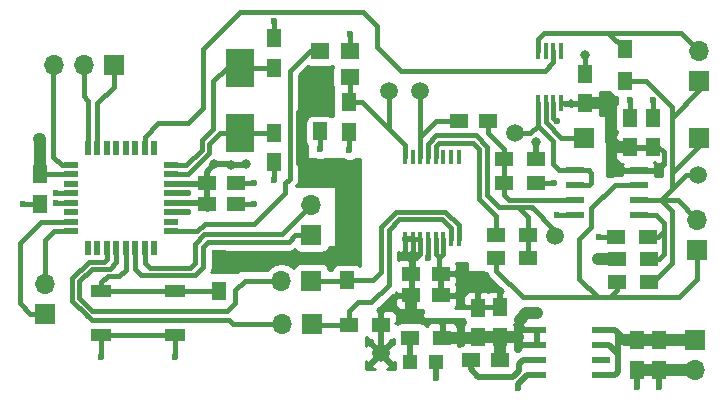
<source format=gbr>
G04 #@! TF.FileFunction,Copper,L1,Top,Signal*
%FSLAX46Y46*%
G04 Gerber Fmt 4.6, Leading zero omitted, Abs format (unit mm)*
G04 Created by KiCad (PCBNEW 4.0.2-stable) date 15/05/2017 19:39:16*
%MOMM*%
G01*
G04 APERTURE LIST*
%ADD10C,0.100000*%
%ADD11R,0.400000X1.200000*%
%ADD12R,1.500000X1.250000*%
%ADD13R,1.250000X1.500000*%
%ADD14R,1.200000X1.200000*%
%ADD15R,1.700000X1.700000*%
%ADD16O,1.700000X1.700000*%
%ADD17R,1.500000X1.300000*%
%ADD18R,1.300000X1.500000*%
%ADD19R,1.800000X1.100000*%
%ADD20R,1.550000X0.600000*%
%ADD21R,0.450000X1.450000*%
%ADD22R,1.200000X0.600000*%
%ADD23R,0.600000X1.200000*%
%ADD24R,1.600000X1.400000*%
%ADD25C,1.500000*%
%ADD26R,2.400000X3.325000*%
%ADD27C,0.800000*%
%ADD28C,0.600000*%
%ADD29C,0.400000*%
%ADD30C,0.500000*%
%ADD31C,1.000000*%
%ADD32C,0.254000*%
G04 APERTURE END LIST*
D10*
D11*
X214669800Y-64825200D03*
X214019800Y-64825200D03*
X213369800Y-64825200D03*
X212719800Y-64825200D03*
X212069800Y-64825200D03*
X211419800Y-64825200D03*
X210769800Y-64825200D03*
X210119800Y-64825200D03*
X210119800Y-71725200D03*
X210769800Y-71725200D03*
X211419800Y-71725200D03*
X212069800Y-71725200D03*
X212719800Y-71725200D03*
X213369800Y-71725200D03*
X214019800Y-71725200D03*
X214669800Y-71725200D03*
D12*
X214675400Y-61772800D03*
X217175400Y-61772800D03*
D13*
X231089200Y-63975300D03*
X231089200Y-61475300D03*
X229146100Y-63975300D03*
X229146100Y-61475300D03*
X225386900Y-60266900D03*
X225386900Y-57766900D03*
X179197000Y-68775900D03*
X179197000Y-66275900D03*
D12*
X193326700Y-67005200D03*
X195826700Y-67005200D03*
X193326700Y-68783200D03*
X195826700Y-68783200D03*
D13*
X199002650Y-62764350D03*
X199002650Y-65264350D03*
X199053450Y-57250650D03*
X199053450Y-54750650D03*
X231635300Y-80296700D03*
X231635300Y-82796700D03*
X229743000Y-80296700D03*
X229743000Y-82796700D03*
X202933300Y-62641800D03*
X202933300Y-60141800D03*
D12*
X213162200Y-74676000D03*
X210662200Y-74676000D03*
D13*
X218173300Y-77528100D03*
X218173300Y-80028100D03*
D12*
X218178700Y-82016600D03*
X215678700Y-82016600D03*
D14*
X210545500Y-82194400D03*
X212745500Y-82194400D03*
D15*
X234861100Y-72644000D03*
D16*
X234861100Y-70104000D03*
D15*
X235064300Y-58381900D03*
D16*
X235064300Y-55841900D03*
D15*
X202222100Y-78981300D03*
D16*
X199682100Y-78981300D03*
D15*
X202196700Y-75260200D03*
D16*
X199656700Y-75260200D03*
D15*
X234670600Y-80289400D03*
D16*
X234670600Y-82829400D03*
D17*
X228075500Y-73444100D03*
X230775500Y-73444100D03*
X230737400Y-71551800D03*
X228037400Y-71551800D03*
X208080600Y-79019400D03*
X205380600Y-79019400D03*
D18*
X205232000Y-72538600D03*
X205232000Y-75238600D03*
D17*
X221199700Y-65011300D03*
X218499700Y-65011300D03*
X218499700Y-67005200D03*
X221199700Y-67005200D03*
X228062800Y-75349100D03*
X230762800Y-75349100D03*
X217864700Y-73355200D03*
X220564700Y-73355200D03*
X220552000Y-71399400D03*
X217852000Y-71399400D03*
D18*
X228765100Y-58373000D03*
X228765100Y-55673000D03*
X194386200Y-73453000D03*
X194386200Y-76153000D03*
D19*
X190628200Y-76140700D03*
X184428200Y-76140700D03*
X184428200Y-79840700D03*
X190628200Y-79840700D03*
D20*
X224528400Y-65913000D03*
X224528400Y-67183000D03*
X224528400Y-68453000D03*
X224528400Y-69723000D03*
X229928400Y-69723000D03*
X229928400Y-68453000D03*
X229928400Y-67183000D03*
X229928400Y-65913000D03*
D21*
X221382950Y-60270750D03*
X222032950Y-60270750D03*
X222682950Y-60270750D03*
X223332950Y-60270750D03*
X223332950Y-55870750D03*
X222682950Y-55870750D03*
X222032950Y-55870750D03*
X221382950Y-55870750D03*
D22*
X190343100Y-71075200D03*
X190343100Y-70275200D03*
X190343100Y-69475200D03*
X190343100Y-68675200D03*
X190343100Y-67875200D03*
X190343100Y-67075200D03*
X190343100Y-66275200D03*
X190343100Y-65475200D03*
D23*
X188893100Y-64025200D03*
X188093100Y-64025200D03*
X187293100Y-64025200D03*
X186493100Y-64025200D03*
X185693100Y-64025200D03*
X184893100Y-64025200D03*
X184093100Y-64025200D03*
X183293100Y-64025200D03*
D22*
X181843100Y-65475200D03*
X181843100Y-66275200D03*
X181843100Y-67075200D03*
X181843100Y-67875200D03*
X181843100Y-68675200D03*
X181843100Y-69475200D03*
X181843100Y-70275200D03*
X181843100Y-71075200D03*
D23*
X183293100Y-72525200D03*
X184093100Y-72525200D03*
X184893100Y-72525200D03*
X185693100Y-72525200D03*
X186493100Y-72525200D03*
X187293100Y-72525200D03*
X188093100Y-72525200D03*
X188893100Y-72525200D03*
D24*
X205440600Y-55821400D03*
X202940600Y-55821400D03*
X205440600Y-58021400D03*
X202940600Y-58021400D03*
D25*
X219468700Y-62801500D03*
X211442300Y-59232800D03*
X234975400Y-66319400D03*
X208749900Y-59194700D03*
X222859600Y-71450200D03*
X208076800Y-81432400D03*
D26*
X196170550Y-62750950D03*
X196170550Y-57225950D03*
D12*
X210674900Y-76504800D03*
X213174900Y-76504800D03*
D15*
X202209400Y-71424800D03*
D16*
X202209400Y-68884800D03*
D13*
X216306400Y-77566200D03*
X216306400Y-80066200D03*
X205422500Y-60167200D03*
X205422500Y-62667200D03*
D17*
X213274900Y-80086200D03*
X210574900Y-80086200D03*
D20*
X221289900Y-79425800D03*
X221289900Y-80695800D03*
X221289900Y-81965800D03*
X221289900Y-83235800D03*
X226689900Y-83235800D03*
X226689900Y-81965800D03*
X226689900Y-80695800D03*
X226689900Y-79425800D03*
D15*
X185458100Y-57010300D03*
D16*
X182918100Y-57010300D03*
X180378100Y-57010300D03*
D15*
X225298000Y-63233300D03*
X235026200Y-63233300D03*
X179654200Y-78066900D03*
D16*
X179654200Y-75526900D03*
D27*
X221208600Y-63563500D03*
X221348300Y-78028800D03*
X226479100Y-73444100D03*
X227025200Y-59715400D03*
X227596700Y-62090300D03*
X227596700Y-60807600D03*
X227596700Y-63487300D03*
X179184300Y-63284100D03*
X179197000Y-64731900D03*
X196646800Y-65430400D03*
X195402200Y-65443100D03*
X201612500Y-65430400D03*
X205752700Y-68681600D03*
X204730350Y-66338450D03*
X203822300Y-65430400D03*
X205714600Y-67335400D03*
X205720950Y-67329050D03*
X205765400Y-70078600D03*
X193967100Y-65430400D03*
X210667600Y-78232000D03*
X225386900Y-56159400D03*
D28*
X219710000Y-84353400D03*
X184429400Y-81749900D03*
X190639700Y-81762600D03*
X212064600Y-73355200D03*
X229146100Y-59982100D03*
X231089200Y-59982100D03*
X177787300Y-68770500D03*
X231635300Y-84302600D03*
X229743000Y-84289900D03*
X212750400Y-83553300D03*
X218173300Y-76022200D03*
X216306400Y-76034900D03*
X205435200Y-54394100D03*
X202933300Y-64147700D03*
X205422500Y-64173100D03*
X180555900Y-68681600D03*
X191731900Y-69494400D03*
X191731900Y-67868800D03*
X226529900Y-71551800D03*
X222961200Y-61772800D03*
X222707200Y-67005200D03*
X222973900Y-69723000D03*
X199053450Y-53257450D03*
X197345300Y-68783200D03*
X197345300Y-67005200D03*
X214706200Y-76504800D03*
X214655400Y-74676000D03*
X199002650Y-66744850D03*
X180555900Y-67881500D03*
D29*
X216433400Y-68008500D02*
X216433400Y-68351400D01*
X212719800Y-64825200D02*
X212719800Y-63898900D01*
X216433400Y-64147700D02*
X216433400Y-68008500D01*
X215900000Y-63614300D02*
X216433400Y-64147700D01*
X213004400Y-63614300D02*
X215900000Y-63614300D01*
X212719800Y-63898900D02*
X213004400Y-63614300D01*
X217852000Y-69770000D02*
X217852000Y-71399400D01*
X216433400Y-68351400D02*
X217852000Y-69770000D01*
X222859600Y-71450200D02*
X222859600Y-71031100D01*
X222859600Y-71031100D02*
X220891100Y-69062600D01*
X219722700Y-69062600D02*
X220891100Y-69062600D01*
X220891100Y-69062600D02*
X220916500Y-69088000D01*
X220552000Y-71399400D02*
X220552000Y-73342500D01*
X220552000Y-73342500D02*
X220564700Y-73355200D01*
X217893900Y-68846700D02*
X217893900Y-68859400D01*
X220552000Y-69891900D02*
X220552000Y-71399400D01*
X219722700Y-69062600D02*
X220552000Y-69891900D01*
X218097100Y-69062600D02*
X219722700Y-69062600D01*
X217893900Y-68859400D02*
X218097100Y-69062600D01*
X217093800Y-68033900D02*
X217093800Y-68046600D01*
X217093800Y-68046600D02*
X217893900Y-68846700D01*
X217893900Y-68846700D02*
X217919300Y-68872100D01*
X212069800Y-63698000D02*
X212788500Y-62979300D01*
X212788500Y-62979300D02*
X216128600Y-62979300D01*
X216128600Y-62979300D02*
X217093800Y-63944500D01*
X217093800Y-63944500D02*
X217093800Y-68033900D01*
X212069800Y-64825200D02*
X212069800Y-63698000D01*
X214675400Y-61772800D02*
X212813900Y-61772800D01*
X211419800Y-63090700D02*
X212775800Y-61734700D01*
X211419800Y-63090700D02*
X211419800Y-63119000D01*
X212813900Y-61772800D02*
X212775800Y-61734700D01*
X211419800Y-63119000D02*
X211419800Y-59255300D01*
X211419800Y-59255300D02*
X211442300Y-59232800D01*
X211419800Y-64825200D02*
X211419800Y-63119000D01*
X205422500Y-60167200D02*
X206509300Y-60167200D01*
X206509300Y-60167200D02*
X208749900Y-62407800D01*
X208749900Y-60490100D02*
X208749900Y-59194700D01*
X208749900Y-61493400D02*
X208749900Y-60490100D01*
X208749900Y-61493400D02*
X208749900Y-62407800D01*
X208749900Y-60490100D02*
X208749900Y-60464700D01*
X210119800Y-63777700D02*
X210119800Y-64825200D01*
X208749900Y-62407800D02*
X210119800Y-63777700D01*
X205440600Y-58021400D02*
X205440600Y-60149100D01*
X205440600Y-60149100D02*
X205422500Y-60167200D01*
D30*
X221199700Y-63572400D02*
X221199700Y-65011300D01*
X221199700Y-63572400D02*
X221208600Y-63563500D01*
X220192600Y-79425800D02*
X219849700Y-79082900D01*
X219849700Y-79082900D02*
X219849700Y-78587600D01*
D31*
X219849700Y-78587600D02*
X220408500Y-78028800D01*
X221348300Y-78028800D02*
X220408500Y-78028800D01*
D30*
X220192600Y-79425800D02*
X221289900Y-79425800D01*
D31*
X228075500Y-73444100D02*
X226479100Y-73444100D01*
X227596700Y-63487300D02*
X227596700Y-63474600D01*
D30*
X193326700Y-67005200D02*
X193326700Y-68783200D01*
D31*
X179197000Y-64731900D02*
X179197000Y-66275900D01*
X179197000Y-64731900D02*
X179197000Y-63296800D01*
X179197000Y-63296800D02*
X179184300Y-63284100D01*
D30*
X195402200Y-65443100D02*
X196634100Y-65443100D01*
X196634100Y-65443100D02*
X196646800Y-65430400D01*
X193967100Y-65430400D02*
X195389500Y-65430400D01*
X195389500Y-65430400D02*
X195402200Y-65443100D01*
D31*
X205740000Y-68668900D02*
X205752700Y-68681600D01*
X204730350Y-66338450D02*
X204736700Y-66344800D01*
X203835000Y-65443100D02*
X203822300Y-65430400D01*
X205740000Y-67322700D02*
X205727300Y-67322700D01*
X205727300Y-67322700D02*
X205714600Y-67335400D01*
X205720950Y-67329050D02*
X205727300Y-67335400D01*
X205727300Y-67335400D02*
X205727300Y-67348100D01*
X205752700Y-70065900D02*
X205752700Y-70027800D01*
X205765400Y-70078600D02*
X205752700Y-70065900D01*
X210674900Y-76504800D02*
X210674900Y-78224700D01*
D30*
X193326700Y-66070800D02*
X193326700Y-67005200D01*
X193326700Y-66070800D02*
X193967100Y-65430400D01*
D31*
X210674900Y-78224700D02*
X210667600Y-78232000D01*
D29*
X193326700Y-68783200D02*
X193326700Y-69195000D01*
D31*
X229146100Y-63975300D02*
X228097400Y-63975300D01*
X228097400Y-63975300D02*
X227596700Y-63474600D01*
X227056000Y-60266900D02*
X225386900Y-60266900D01*
X227596700Y-63474600D02*
X227596700Y-62090300D01*
X227596700Y-62090300D02*
X227596700Y-60807600D01*
X227596700Y-60807600D02*
X227056000Y-60266900D01*
D29*
X229146100Y-63975300D02*
X231089200Y-63975300D01*
X229928400Y-65913000D02*
X231482900Y-65913000D01*
X231482900Y-65913000D02*
X232029000Y-65366900D01*
X232029000Y-65366900D02*
X232029000Y-64414400D01*
X232029000Y-64414400D02*
X231589900Y-63975300D01*
X231589900Y-63975300D02*
X231089200Y-63975300D01*
X194386200Y-73453000D02*
X204317600Y-73453000D01*
X204317600Y-73453000D02*
X205232000Y-72538600D01*
X210769800Y-71725200D02*
X210119800Y-71725200D01*
X210769800Y-71725200D02*
X211419800Y-71725200D01*
X202933300Y-60141800D02*
X201948100Y-60141800D01*
X205232000Y-67538600D02*
X205232000Y-72538600D01*
X204127100Y-66433700D02*
X205232000Y-67538600D01*
X202222100Y-66433700D02*
X204127100Y-66433700D01*
X201091800Y-65303400D02*
X202222100Y-66433700D01*
X201091800Y-60998100D02*
X201091800Y-65303400D01*
X201948100Y-60141800D02*
X201091800Y-60998100D01*
X181843100Y-66275200D02*
X179197700Y-66275200D01*
X179197700Y-66275200D02*
X179197000Y-66275900D01*
D31*
X219735400Y-80035400D02*
X218180600Y-80035400D01*
D30*
X208080600Y-79019400D02*
X208080600Y-81428600D01*
X208080600Y-81428600D02*
X208076800Y-81432400D01*
D31*
X213274900Y-80086200D02*
X216286400Y-80086200D01*
X216286400Y-80086200D02*
X216306400Y-80066200D01*
X218173300Y-80028100D02*
X218173300Y-82011200D01*
X218173300Y-82011200D02*
X218178700Y-82016600D01*
X218173300Y-80028100D02*
X216344500Y-80028100D01*
X216344500Y-80028100D02*
X216306400Y-80066200D01*
X218180600Y-80035400D02*
X218173300Y-80028100D01*
D30*
X220014800Y-79425800D02*
X219735400Y-79705200D01*
X221289900Y-79425800D02*
X220014800Y-79425800D01*
X220040200Y-80695800D02*
X221289900Y-80695800D01*
X220002100Y-80695800D02*
X220040200Y-80695800D01*
X219735400Y-80429100D02*
X220002100Y-80695800D01*
X219735400Y-79705200D02*
X219735400Y-80035400D01*
X219735400Y-80035400D02*
X219735400Y-80429100D01*
D29*
X223332950Y-60270750D02*
X225383050Y-60270750D01*
X225383050Y-60270750D02*
X225386900Y-60266900D01*
X223349100Y-60286900D02*
X223332950Y-60270750D01*
X202940600Y-58021400D02*
X202940600Y-60134500D01*
X202940600Y-60134500D02*
X202933300Y-60141800D01*
X210662200Y-74676000D02*
X210662200Y-76492100D01*
X210662200Y-76492100D02*
X210674900Y-76504800D01*
X210769800Y-73113900D02*
X210769800Y-74568400D01*
X210769800Y-74568400D02*
X210662200Y-74676000D01*
X210769800Y-71725200D02*
X210769800Y-73113900D01*
X210769800Y-73113900D02*
X210769800Y-73202800D01*
X210119800Y-71725200D02*
X210119800Y-72985200D01*
X210337400Y-73202800D02*
X210769200Y-73202800D01*
X210119800Y-72985200D02*
X210337400Y-73202800D01*
X211419800Y-73034800D02*
X211251800Y-73202800D01*
X211251800Y-73202800D02*
X210769200Y-73202800D01*
X211419800Y-73034800D02*
X211419800Y-71725200D01*
D30*
X193218700Y-68675200D02*
X193326700Y-68783200D01*
X193256700Y-67075200D02*
X193326700Y-67005200D01*
D29*
X193459900Y-67075200D02*
X193529900Y-67005200D01*
X193421900Y-68675200D02*
X193529900Y-68783200D01*
X210769800Y-73202800D02*
X210769200Y-73202800D01*
D30*
X190343100Y-68675200D02*
X193218700Y-68675200D01*
X190343100Y-67075200D02*
X193256700Y-67075200D01*
D29*
X225386900Y-57766900D02*
X225386900Y-56159400D01*
D30*
X219710000Y-84353400D02*
X219710000Y-84023200D01*
X220497400Y-83235800D02*
X221289900Y-83235800D01*
X220497400Y-83235800D02*
X219710000Y-84023200D01*
D29*
X184428200Y-79840700D02*
X184428200Y-81748700D01*
X184428200Y-81748700D02*
X184429400Y-81749900D01*
X190628200Y-79840700D02*
X190628200Y-81751100D01*
X190628200Y-81751100D02*
X190639700Y-81762600D01*
X212069800Y-71725200D02*
X212069800Y-73350000D01*
X212069800Y-73350000D02*
X212064600Y-73355200D01*
X213029800Y-73202800D02*
X213029800Y-74543600D01*
X212902800Y-73202800D02*
X213029800Y-73202800D01*
X212719800Y-73019800D02*
X212719800Y-72918200D01*
X213369800Y-72913600D02*
X213369800Y-73015200D01*
X212719800Y-73019800D02*
X212902800Y-73202800D01*
X213369800Y-73015200D02*
X213182200Y-73202800D01*
X213029800Y-73202800D02*
X213182200Y-73202800D01*
X213369800Y-72913600D02*
X213369800Y-71725200D01*
X213369800Y-72913600D02*
X213360000Y-72923400D01*
X229146100Y-61475300D02*
X229146100Y-59982100D01*
X231089200Y-61475300D02*
X231089200Y-59982100D01*
X179197000Y-68775900D02*
X177792700Y-68775900D01*
X177792700Y-68775900D02*
X177787300Y-68770500D01*
D30*
X231635300Y-82796700D02*
X231635300Y-84302600D01*
X229743000Y-82796700D02*
X229743000Y-84289900D01*
D31*
X231635300Y-82796700D02*
X234637900Y-82796700D01*
X234637900Y-82796700D02*
X234670600Y-82829400D01*
X229743000Y-82796700D02*
X231635300Y-82796700D01*
D30*
X212745500Y-82194400D02*
X212745500Y-83548400D01*
X212745500Y-83548400D02*
X212750400Y-83553300D01*
X218173300Y-77528100D02*
X218173300Y-76022200D01*
X216306400Y-77566200D02*
X216306400Y-76034900D01*
D29*
X205440600Y-55821400D02*
X205440600Y-54399500D01*
X205440600Y-54399500D02*
X205435200Y-54394100D01*
X202933300Y-62641800D02*
X202933300Y-64147700D01*
X205422500Y-62667200D02*
X205422500Y-64173100D01*
X181843100Y-68675200D02*
X180562300Y-68675200D01*
X180562300Y-68675200D02*
X180555900Y-68681600D01*
D30*
X190343100Y-69475200D02*
X191712700Y-69475200D01*
X191712700Y-69475200D02*
X191731900Y-69494400D01*
X190343100Y-67875200D02*
X191725500Y-67875200D01*
D29*
X191725500Y-67875200D02*
X191731900Y-67868800D01*
X228037400Y-71551800D02*
X226529900Y-71551800D01*
X222682950Y-60270750D02*
X222682950Y-61494550D01*
X222682950Y-61494550D02*
X222961200Y-61772800D01*
X221199700Y-67005200D02*
X222707200Y-67005200D01*
X224528400Y-69723000D02*
X222973900Y-69723000D01*
X184428200Y-79840700D02*
X190628200Y-79840700D01*
X195826700Y-68783200D02*
X197345300Y-68783200D01*
X195826700Y-67005200D02*
X197345300Y-67005200D01*
X213174900Y-76504800D02*
X214706200Y-76504800D01*
X213162200Y-74676000D02*
X214655400Y-74676000D01*
X199053450Y-54750650D02*
X199053450Y-53257450D01*
X199002650Y-65264350D02*
X199002650Y-66744850D01*
X181843100Y-67875200D02*
X180562200Y-67875200D01*
X180562200Y-67875200D02*
X180555900Y-67881500D01*
X213162200Y-74676000D02*
X213162200Y-76492100D01*
X213162200Y-76492100D02*
X213174900Y-76504800D01*
X213029800Y-74543600D02*
X213162200Y-74676000D01*
X212719800Y-72918200D02*
X212725000Y-72923400D01*
X212719800Y-71725200D02*
X212719800Y-72918200D01*
X205380600Y-79019400D02*
X205380600Y-77842100D01*
X214019800Y-70801900D02*
X214019800Y-71725200D01*
X213258400Y-70040500D02*
X214019800Y-70801900D01*
X209651600Y-70040500D02*
X213258400Y-70040500D01*
X208737200Y-70954900D02*
X209651600Y-70040500D01*
X208737200Y-75653900D02*
X208737200Y-70954900D01*
X207289400Y-77101700D02*
X208737200Y-75653900D01*
X206121000Y-77101700D02*
X207289400Y-77101700D01*
X205380600Y-77842100D02*
X206121000Y-77101700D01*
X205380600Y-79019400D02*
X202260200Y-79019400D01*
X202260200Y-79019400D02*
X202222100Y-78981300D01*
X202196700Y-75260200D02*
X205210400Y-75260200D01*
X205210400Y-75260200D02*
X205232000Y-75238600D01*
X205232000Y-75238600D02*
X207463400Y-75238600D01*
X214669800Y-70575600D02*
X214669800Y-71725200D01*
X213537800Y-69443600D02*
X214669800Y-70575600D01*
X209384900Y-69443600D02*
X213537800Y-69443600D01*
X208127600Y-70700900D02*
X209384900Y-69443600D01*
X208127600Y-74574400D02*
X208127600Y-70700900D01*
X207463400Y-75238600D02*
X208127600Y-74574400D01*
X202222100Y-75285600D02*
X202196700Y-75260200D01*
X218499700Y-65011300D02*
X218499700Y-64118500D01*
X217175400Y-62794200D02*
X217175400Y-61772800D01*
X218499700Y-64118500D02*
X217175400Y-62794200D01*
X218499700Y-67005200D02*
X218499700Y-67979300D01*
X218973400Y-68453000D02*
X224528400Y-68453000D01*
X218499700Y-67979300D02*
X218973400Y-68453000D01*
X218499700Y-65011300D02*
X218499700Y-67005200D01*
X218496200Y-65007800D02*
X218499700Y-65011300D01*
X218496200Y-64677600D02*
X218537800Y-64719200D01*
X190343100Y-66275200D02*
X191788800Y-66275200D01*
X191788800Y-66275200D02*
X193560700Y-64503300D01*
X194500250Y-62750950D02*
X196170550Y-62750950D01*
X193560700Y-63690500D02*
X194500250Y-62750950D01*
X193560700Y-64503300D02*
X193560700Y-63690500D01*
X196170550Y-62750950D02*
X198989250Y-62750950D01*
X198989250Y-62750950D02*
X199002650Y-62764350D01*
X190343100Y-65475200D02*
X191623600Y-65475200D01*
X191623600Y-65475200D02*
X192925700Y-64173100D01*
X193840100Y-58407300D02*
X195021450Y-57225950D01*
X193840100Y-62420500D02*
X193840100Y-58407300D01*
X192925700Y-63334900D02*
X193840100Y-62420500D01*
X192925700Y-64173100D02*
X192925700Y-63334900D01*
X195021450Y-57225950D02*
X196170550Y-57225950D01*
X196170550Y-57225950D02*
X199028750Y-57225950D01*
X199028750Y-57225950D02*
X199053450Y-57250650D01*
D31*
X229743000Y-80296700D02*
X228823200Y-80296700D01*
D30*
X228790500Y-80264000D02*
X228104700Y-79578200D01*
D31*
X228823200Y-80296700D02*
X228790500Y-80264000D01*
X231635300Y-80296700D02*
X234663300Y-80296700D01*
X234663300Y-80296700D02*
X234670600Y-80289400D01*
X229743000Y-80296700D02*
X231635300Y-80296700D01*
D30*
X226689900Y-80695800D02*
X227380800Y-80695800D01*
X227380800Y-80695800D02*
X228142800Y-81457800D01*
X227952300Y-79425800D02*
X228104700Y-79578200D01*
X226689900Y-79425800D02*
X227952300Y-79425800D01*
X228104700Y-79578200D02*
X228142800Y-79616300D01*
X228142800Y-80708500D02*
X228142800Y-81457800D01*
X228142800Y-79616300D02*
X228142800Y-80708500D01*
X227952300Y-83235800D02*
X226689900Y-83235800D01*
X228142800Y-83045300D02*
X227952300Y-83235800D01*
X228142800Y-81457800D02*
X228142800Y-83045300D01*
D29*
X226441000Y-76669900D02*
X220103700Y-76669900D01*
X217864700Y-74430900D02*
X217864700Y-73355200D01*
X220103700Y-76669900D02*
X217864700Y-74430900D01*
X228062800Y-75349100D02*
X228062800Y-76102200D01*
X228062800Y-76102200D02*
X227495100Y-76669900D01*
X234861100Y-72644000D02*
X234861100Y-75107800D01*
X233299000Y-76669900D02*
X229857300Y-76669900D01*
X234861100Y-75107800D02*
X233299000Y-76669900D01*
X224891600Y-71729600D02*
X224891600Y-75120500D01*
X227876100Y-67183000D02*
X225907600Y-69151500D01*
X225907600Y-69151500D02*
X225907600Y-70713600D01*
X225907600Y-70713600D02*
X224891600Y-71729600D01*
X229928400Y-67183000D02*
X227876100Y-67183000D01*
X226441000Y-76669900D02*
X227495100Y-76669900D01*
X227495100Y-76669900D02*
X229857300Y-76669900D01*
X224891600Y-75120500D02*
X226441000Y-76669900D01*
X230762800Y-75349100D02*
X231165400Y-75349100D01*
X231165400Y-75349100D02*
X232727500Y-73787000D01*
X232727500Y-73787000D02*
X232727500Y-69405500D01*
X232727500Y-69405500D02*
X231775000Y-68453000D01*
X230775500Y-75349100D02*
X230775500Y-75751700D01*
X231775000Y-68453000D02*
X233210100Y-68453000D01*
X233210100Y-68453000D02*
X234861100Y-70104000D01*
X229928400Y-68453000D02*
X231775000Y-68453000D01*
X231775000Y-68453000D02*
X232714800Y-67513200D01*
X234975400Y-66319400D02*
X233908600Y-66319400D01*
X233908600Y-66319400D02*
X232714800Y-67513200D01*
X232714800Y-66192400D02*
X232714800Y-67513200D01*
X235026200Y-63233300D02*
X235026200Y-63881000D01*
X235026200Y-63881000D02*
X232714800Y-66192400D01*
X235064300Y-58381900D02*
X235064300Y-59169300D01*
X235064300Y-59169300D02*
X232714800Y-61518800D01*
X228765100Y-58373000D02*
X230559600Y-58373000D01*
X232714800Y-66192400D02*
X232714800Y-65087500D01*
X232714800Y-65087500D02*
X232714800Y-61518800D01*
X232714800Y-61518800D02*
X232714800Y-60528200D01*
X232714800Y-60528200D02*
X231648000Y-59461400D01*
X231648000Y-59461400D02*
X230974900Y-58788300D01*
X230559600Y-58373000D02*
X230974900Y-58788300D01*
X227355400Y-54267100D02*
X233489500Y-54267100D01*
X233489500Y-54267100D02*
X235064300Y-55841900D01*
X226695000Y-54267100D02*
X227355400Y-54267100D01*
X227355400Y-54267100D02*
X227359200Y-54267100D01*
X227359200Y-54267100D02*
X228765100Y-55673000D01*
X221382950Y-55870750D02*
X221382950Y-54791250D01*
X221907100Y-54267100D02*
X226695000Y-54267100D01*
X221382950Y-54791250D02*
X221907100Y-54267100D01*
X183184800Y-78206600D02*
X183603900Y-78625700D01*
X195567300Y-78981300D02*
X199682100Y-78981300D01*
X195211700Y-78625700D02*
X195567300Y-78981300D01*
X183603900Y-78625700D02*
X195211700Y-78625700D01*
X184893100Y-72525200D02*
X184893100Y-73443998D01*
X181952900Y-76974700D02*
X183184800Y-78206600D01*
X183184800Y-78206600D02*
X183235600Y-78257400D01*
X181952900Y-75044300D02*
X181952900Y-76974700D01*
X183337200Y-73660000D02*
X181952900Y-75044300D01*
X184677098Y-73660000D02*
X183337200Y-73660000D01*
X184893100Y-73443998D02*
X184677098Y-73660000D01*
X183311800Y-77495400D02*
X183654700Y-77838300D01*
X185693100Y-73666300D02*
X185115200Y-74244200D01*
X185115200Y-74244200D02*
X183616600Y-74244200D01*
X183616600Y-74244200D02*
X182549800Y-75311000D01*
X182549800Y-75311000D02*
X182549800Y-76733400D01*
X182549800Y-76733400D02*
X183311800Y-77495400D01*
X185693100Y-72525200D02*
X185693100Y-73666300D01*
X196570600Y-75260200D02*
X199656700Y-75260200D01*
X195745100Y-76085700D02*
X196570600Y-75260200D01*
X195745100Y-77177900D02*
X195745100Y-76085700D01*
X195084700Y-77838300D02*
X195745100Y-77177900D01*
X183654700Y-77838300D02*
X195084700Y-77838300D01*
X193471800Y-71983600D02*
X200279000Y-71983600D01*
X187293100Y-74313900D02*
X187744100Y-74764900D01*
X187744100Y-74764900D02*
X192392300Y-74764900D01*
X192392300Y-74764900D02*
X193014600Y-74142600D01*
X193014600Y-74142600D02*
X193014600Y-72440800D01*
X193014600Y-72440800D02*
X193471800Y-71983600D01*
X187293100Y-72525200D02*
X187293100Y-74313900D01*
X200837800Y-71424800D02*
X202209400Y-71424800D01*
X200279000Y-71983600D02*
X200837800Y-71424800D01*
X198958200Y-71348600D02*
X199745600Y-71348600D01*
X188093100Y-73774098D02*
X188506100Y-74187098D01*
X188506100Y-74187098D02*
X191947800Y-74187098D01*
X191947800Y-74187098D02*
X192341500Y-73793398D01*
X192341500Y-73793398D02*
X192341500Y-72136000D01*
X192341500Y-72136000D02*
X193128900Y-71348600D01*
X193128900Y-71348600D02*
X198958200Y-71348600D01*
X188093100Y-72525200D02*
X188093100Y-73774098D01*
X199745600Y-71348600D02*
X202209400Y-68884800D01*
X185458100Y-57010300D02*
X185458100Y-58877200D01*
X184093100Y-60242200D02*
X184093100Y-64025200D01*
X185458100Y-58877200D02*
X184093100Y-60242200D01*
X182918100Y-57010300D02*
X182918100Y-59651900D01*
X183293100Y-60026900D02*
X183293100Y-64025200D01*
X182918100Y-59651900D02*
X183293100Y-60026900D01*
X180352700Y-57035700D02*
X180352700Y-59283600D01*
X181057900Y-65475200D02*
X180352700Y-64770000D01*
X181057900Y-65475200D02*
X181843100Y-65475200D01*
X180352700Y-63715900D02*
X180352700Y-64770000D01*
X180352700Y-59283600D02*
X180352700Y-63715900D01*
X180352700Y-57035700D02*
X180378100Y-57010300D01*
X179654200Y-78066900D02*
X178396900Y-78066900D01*
X179317900Y-70275200D02*
X181843100Y-70275200D01*
X177507900Y-72085200D02*
X179317900Y-70275200D01*
X177507900Y-77177900D02*
X177507900Y-72085200D01*
X178396900Y-78066900D02*
X177507900Y-77177900D01*
X181843100Y-71075200D02*
X180397500Y-71075200D01*
X179654200Y-71818500D02*
X179654200Y-75526900D01*
X180397500Y-71075200D02*
X179654200Y-71818500D01*
X225298000Y-63233300D02*
X223393000Y-63233300D01*
X222032950Y-61873250D02*
X223380300Y-63220600D01*
X222032950Y-61873250D02*
X222032950Y-60270750D01*
X223393000Y-63233300D02*
X223380300Y-63220600D01*
X230737400Y-71551800D02*
X231584500Y-71551800D01*
X231584500Y-71551800D02*
X232079800Y-71056500D01*
X229928400Y-69723000D02*
X231394000Y-69723000D01*
X231609900Y-73444100D02*
X230775500Y-73444100D01*
X232079800Y-72974200D02*
X231609900Y-73444100D01*
X232079800Y-70408800D02*
X232079800Y-71056500D01*
X232079800Y-71056500D02*
X232079800Y-72974200D01*
X231394000Y-69723000D02*
X232079800Y-70408800D01*
X184428200Y-76140700D02*
X190628200Y-76140700D01*
X190628200Y-76140700D02*
X194373900Y-76140700D01*
X194373900Y-76140700D02*
X194386200Y-76153000D01*
X186493100Y-72525200D02*
X186493100Y-74339400D01*
X184428200Y-75413800D02*
X184428200Y-76140700D01*
X184950100Y-74891900D02*
X184428200Y-75413800D01*
X185940600Y-74891900D02*
X184950100Y-74891900D01*
X186493100Y-74339400D02*
X185940600Y-74891900D01*
X221382950Y-62150350D02*
X221364450Y-62150350D01*
X220713300Y-62801500D02*
X219468700Y-62801500D01*
X221364450Y-62150350D02*
X220713300Y-62801500D01*
X222669100Y-64223900D02*
X222669100Y-63436500D01*
X223202500Y-65913000D02*
X222656400Y-65366900D01*
X222656400Y-65366900D02*
X222656400Y-64236600D01*
X222656400Y-64236600D02*
X222669100Y-64223900D01*
X224528400Y-65913000D02*
X223202500Y-65913000D01*
X221382950Y-62150350D02*
X221382950Y-60270750D01*
X222669100Y-63436500D02*
X221382950Y-62150350D01*
X225882200Y-66979800D02*
X225882200Y-66154300D01*
X224528400Y-67183000D02*
X225679000Y-67183000D01*
X225882200Y-66979800D02*
X225679000Y-67183000D01*
X225653600Y-65925700D02*
X225882200Y-66154300D01*
X225653600Y-65925700D02*
X225653600Y-65913000D01*
X224528400Y-65913000D02*
X225653600Y-65913000D01*
X225653600Y-65913000D02*
X225679000Y-65938400D01*
X205498700Y-52527200D02*
X206565500Y-52527200D01*
X188093100Y-63087500D02*
X189255400Y-61925200D01*
X189255400Y-61925200D02*
X191770000Y-61925200D01*
X191770000Y-61925200D02*
X193027300Y-60667900D01*
X193027300Y-60667900D02*
X193027300Y-55638700D01*
X193027300Y-55638700D02*
X196138800Y-52527200D01*
X196138800Y-52527200D02*
X205498700Y-52527200D01*
X188093100Y-64025200D02*
X188093100Y-63087500D01*
X222682950Y-56793250D02*
X222682950Y-55870750D01*
X221945200Y-57531000D02*
X222682950Y-56793250D01*
X209778600Y-57531000D02*
X221945200Y-57531000D01*
X207733900Y-55486300D02*
X209778600Y-57531000D01*
X207733900Y-53695600D02*
X207733900Y-55486300D01*
X206565500Y-52527200D02*
X207733900Y-53695600D01*
X192297400Y-71075200D02*
X192551400Y-71075200D01*
X200355200Y-57518300D02*
X200355200Y-66624200D01*
X200355200Y-66624200D02*
X199974200Y-67005200D01*
X190343100Y-71075200D02*
X192297400Y-71075200D01*
X202052100Y-55821400D02*
X202940600Y-55821400D01*
X200964800Y-56908700D02*
X202052100Y-55821400D01*
X199974200Y-67830700D02*
X199974200Y-67005200D01*
X197345300Y-70459600D02*
X199974200Y-67830700D01*
X200964800Y-56908700D02*
X200355200Y-57518300D01*
X193167000Y-70459600D02*
X197345300Y-70459600D01*
X192551400Y-71075200D02*
X193167000Y-70459600D01*
D30*
X210574900Y-80086200D02*
X210574900Y-82165000D01*
X210574900Y-82165000D02*
X210545500Y-82194400D01*
X215678700Y-82016600D02*
X215678700Y-82760500D01*
X220129100Y-81965800D02*
X221289900Y-81965800D01*
X219773500Y-82321400D02*
X220129100Y-81965800D01*
X219773500Y-82905600D02*
X219773500Y-82321400D01*
X219265500Y-83413600D02*
X219773500Y-82905600D01*
X216331800Y-83413600D02*
X219265500Y-83413600D01*
X215678700Y-82760500D02*
X216331800Y-83413600D01*
D32*
G36*
X206970902Y-80207727D02*
X207204291Y-80304400D01*
X207329044Y-80304400D01*
X207284888Y-80460883D01*
X208076800Y-81252795D01*
X208868712Y-80460883D01*
X208824556Y-80304400D01*
X208956909Y-80304400D01*
X209177460Y-80213045D01*
X209177460Y-80676929D01*
X209048317Y-80640488D01*
X208256405Y-81432400D01*
X209048317Y-82224312D01*
X209284247Y-82157738D01*
X209293844Y-82727800D01*
X208600489Y-82727800D01*
X208800723Y-82644860D01*
X208868712Y-82403917D01*
X208076800Y-81612005D01*
X207284888Y-82403917D01*
X207352877Y-82644860D01*
X207585926Y-82727800D01*
X206843634Y-82727800D01*
X206837249Y-82090920D01*
X206864340Y-82156323D01*
X207105283Y-82224312D01*
X207897195Y-81432400D01*
X207105283Y-80640488D01*
X206864340Y-80708477D01*
X206824512Y-80820388D01*
X206816825Y-80053651D01*
X206970902Y-80207727D01*
X206970902Y-80207727D01*
G37*
X206970902Y-80207727D02*
X207204291Y-80304400D01*
X207329044Y-80304400D01*
X207284888Y-80460883D01*
X208076800Y-81252795D01*
X208868712Y-80460883D01*
X208824556Y-80304400D01*
X208956909Y-80304400D01*
X209177460Y-80213045D01*
X209177460Y-80676929D01*
X209048317Y-80640488D01*
X208256405Y-81432400D01*
X209048317Y-82224312D01*
X209284247Y-82157738D01*
X209293844Y-82727800D01*
X208600489Y-82727800D01*
X208800723Y-82644860D01*
X208868712Y-82403917D01*
X208076800Y-81612005D01*
X207284888Y-82403917D01*
X207352877Y-82644860D01*
X207585926Y-82727800D01*
X206843634Y-82727800D01*
X206837249Y-82090920D01*
X206864340Y-82156323D01*
X207105283Y-82224312D01*
X207897195Y-81432400D01*
X207105283Y-80640488D01*
X206864340Y-80708477D01*
X206824512Y-80820388D01*
X206816825Y-80053651D01*
X206970902Y-80207727D01*
G36*
X210031473Y-72684898D02*
X210210101Y-72863527D01*
X210332630Y-72914280D01*
X210378550Y-72960200D01*
X210511050Y-72960200D01*
X210556970Y-72914280D01*
X210679499Y-72863527D01*
X210769800Y-72773225D01*
X210860101Y-72863527D01*
X210982630Y-72914280D01*
X211028550Y-72960200D01*
X211161050Y-72960200D01*
X211206970Y-72914280D01*
X211234800Y-72902753D01*
X211234800Y-72915443D01*
X211129762Y-73168401D01*
X211129546Y-73416000D01*
X210947950Y-73416000D01*
X210789200Y-73574750D01*
X210789200Y-74549000D01*
X210809200Y-74549000D01*
X210809200Y-74803000D01*
X210789200Y-74803000D01*
X210789200Y-75777250D01*
X210801900Y-75789950D01*
X210801900Y-76377800D01*
X210821900Y-76377800D01*
X210821900Y-76631800D01*
X210801900Y-76631800D01*
X210801900Y-77606050D01*
X210960650Y-77764800D01*
X211551209Y-77764800D01*
X211617575Y-77737310D01*
X211608844Y-78357211D01*
X211618153Y-78406758D01*
X211646004Y-78448778D01*
X211688010Y-78476653D01*
X211735831Y-78486000D01*
X215065910Y-78486000D01*
X215078238Y-78551517D01*
X215188800Y-78723335D01*
X215188800Y-78828900D01*
X215198806Y-78878310D01*
X215207922Y-78891653D01*
X215143073Y-78956502D01*
X215046400Y-79189891D01*
X215046400Y-79780450D01*
X215205150Y-79939200D01*
X216179400Y-79939200D01*
X216179400Y-79919200D01*
X216433400Y-79919200D01*
X216433400Y-79939200D01*
X217407650Y-79939200D01*
X217445750Y-79901100D01*
X218046300Y-79901100D01*
X218046300Y-79881100D01*
X218300300Y-79881100D01*
X218300300Y-79901100D01*
X219274550Y-79901100D01*
X219433300Y-79742350D01*
X219433300Y-79711550D01*
X219879900Y-79711550D01*
X219879900Y-79852110D01*
X219966342Y-80060800D01*
X219879900Y-80269490D01*
X219879900Y-80410050D01*
X220038650Y-80568800D01*
X221162900Y-80568800D01*
X221162900Y-79552800D01*
X220038650Y-79552800D01*
X219879900Y-79711550D01*
X219433300Y-79711550D01*
X219433300Y-79151791D01*
X219352159Y-78955900D01*
X219897956Y-78955900D01*
X219879900Y-78999490D01*
X219879900Y-79140050D01*
X220038650Y-79298800D01*
X221162900Y-79298800D01*
X221162900Y-79278800D01*
X221416900Y-79278800D01*
X221416900Y-79298800D01*
X221436900Y-79298800D01*
X221436900Y-79552800D01*
X221416900Y-79552800D01*
X221416900Y-80568800D01*
X221436900Y-80568800D01*
X221436900Y-80822800D01*
X221416900Y-80822800D01*
X221416900Y-80842800D01*
X221162900Y-80842800D01*
X221162900Y-80822800D01*
X220038650Y-80822800D01*
X219879900Y-80981550D01*
X219879900Y-81122110D01*
X219883061Y-81129741D01*
X219790425Y-81148167D01*
X219726171Y-81191100D01*
X219532969Y-81191100D01*
X219467027Y-81031901D01*
X219405837Y-80970711D01*
X219433300Y-80904409D01*
X219433300Y-80313850D01*
X219274550Y-80155100D01*
X218300300Y-80155100D01*
X218300300Y-81254350D01*
X218305700Y-81259750D01*
X218305700Y-81889600D01*
X218325700Y-81889600D01*
X218325700Y-82143600D01*
X218305700Y-82143600D01*
X218305700Y-82163600D01*
X218051700Y-82163600D01*
X218051700Y-82143600D01*
X218031700Y-82143600D01*
X218031700Y-81889600D01*
X218051700Y-81889600D01*
X218051700Y-80915350D01*
X218046300Y-80909950D01*
X218046300Y-80155100D01*
X217072050Y-80155100D01*
X217033950Y-80193200D01*
X216433400Y-80193200D01*
X216433400Y-80213200D01*
X216179400Y-80213200D01*
X216179400Y-80193200D01*
X215205150Y-80193200D01*
X215046400Y-80351950D01*
X215046400Y-80744160D01*
X214928700Y-80744160D01*
X214693383Y-80788438D01*
X214659900Y-80809984D01*
X214659900Y-80371950D01*
X214501150Y-80213200D01*
X213401900Y-80213200D01*
X213401900Y-80233200D01*
X213147900Y-80233200D01*
X213147900Y-80213200D01*
X213127900Y-80213200D01*
X213127900Y-79959200D01*
X213147900Y-79959200D01*
X213147900Y-78959950D01*
X213401900Y-78959950D01*
X213401900Y-79959200D01*
X214501150Y-79959200D01*
X214659900Y-79800450D01*
X214659900Y-79309890D01*
X214563227Y-79076501D01*
X214384598Y-78897873D01*
X214151209Y-78801200D01*
X213560650Y-78801200D01*
X213401900Y-78959950D01*
X213147900Y-78959950D01*
X212989150Y-78801200D01*
X212398591Y-78801200D01*
X212165202Y-78897873D01*
X211986573Y-79076501D01*
X211963314Y-79132654D01*
X211963236Y-79120206D01*
X211952921Y-79070860D01*
X211924221Y-79029414D01*
X211881657Y-79002399D01*
X211836238Y-78994000D01*
X211794936Y-78994000D01*
X211788990Y-78984759D01*
X211576790Y-78839769D01*
X211324900Y-78788760D01*
X209824900Y-78788760D01*
X209589583Y-78833038D01*
X209465600Y-78912819D01*
X209465600Y-78892398D01*
X209306852Y-78892398D01*
X209465600Y-78733650D01*
X209465600Y-78243090D01*
X209368927Y-78009701D01*
X209190298Y-77831073D01*
X208956909Y-77734400D01*
X208366350Y-77734400D01*
X208207600Y-77893150D01*
X208207600Y-78892400D01*
X208227600Y-78892400D01*
X208227600Y-79146400D01*
X208207600Y-79146400D01*
X208207600Y-79166400D01*
X207953600Y-79166400D01*
X207953600Y-79146400D01*
X207933600Y-79146400D01*
X207933600Y-78892400D01*
X207953600Y-78892400D01*
X207953600Y-77893150D01*
X207803553Y-77743103D01*
X207879834Y-77692134D01*
X208781418Y-76790550D01*
X209289900Y-76790550D01*
X209289900Y-77256110D01*
X209386573Y-77489499D01*
X209565202Y-77668127D01*
X209798591Y-77764800D01*
X210389150Y-77764800D01*
X210547900Y-77606050D01*
X210547900Y-76631800D01*
X209448650Y-76631800D01*
X209289900Y-76790550D01*
X208781418Y-76790550D01*
X209105268Y-76466700D01*
X209202645Y-76466700D01*
X209252055Y-76456694D01*
X209293680Y-76428253D01*
X209320960Y-76385859D01*
X209329632Y-76341537D01*
X209330812Y-76259962D01*
X209448650Y-76377800D01*
X210547900Y-76377800D01*
X210547900Y-75403550D01*
X210535200Y-75390850D01*
X210535200Y-74803000D01*
X210515200Y-74803000D01*
X210515200Y-74549000D01*
X210535200Y-74549000D01*
X210535200Y-73574750D01*
X210376450Y-73416000D01*
X209785891Y-73416000D01*
X209572200Y-73504514D01*
X209572200Y-72868539D01*
X209793490Y-72960200D01*
X209861050Y-72960200D01*
X210019800Y-72801450D01*
X210019800Y-72656717D01*
X210031473Y-72684898D01*
X210031473Y-72684898D01*
G37*
X210031473Y-72684898D02*
X210210101Y-72863527D01*
X210332630Y-72914280D01*
X210378550Y-72960200D01*
X210511050Y-72960200D01*
X210556970Y-72914280D01*
X210679499Y-72863527D01*
X210769800Y-72773225D01*
X210860101Y-72863527D01*
X210982630Y-72914280D01*
X211028550Y-72960200D01*
X211161050Y-72960200D01*
X211206970Y-72914280D01*
X211234800Y-72902753D01*
X211234800Y-72915443D01*
X211129762Y-73168401D01*
X211129546Y-73416000D01*
X210947950Y-73416000D01*
X210789200Y-73574750D01*
X210789200Y-74549000D01*
X210809200Y-74549000D01*
X210809200Y-74803000D01*
X210789200Y-74803000D01*
X210789200Y-75777250D01*
X210801900Y-75789950D01*
X210801900Y-76377800D01*
X210821900Y-76377800D01*
X210821900Y-76631800D01*
X210801900Y-76631800D01*
X210801900Y-77606050D01*
X210960650Y-77764800D01*
X211551209Y-77764800D01*
X211617575Y-77737310D01*
X211608844Y-78357211D01*
X211618153Y-78406758D01*
X211646004Y-78448778D01*
X211688010Y-78476653D01*
X211735831Y-78486000D01*
X215065910Y-78486000D01*
X215078238Y-78551517D01*
X215188800Y-78723335D01*
X215188800Y-78828900D01*
X215198806Y-78878310D01*
X215207922Y-78891653D01*
X215143073Y-78956502D01*
X215046400Y-79189891D01*
X215046400Y-79780450D01*
X215205150Y-79939200D01*
X216179400Y-79939200D01*
X216179400Y-79919200D01*
X216433400Y-79919200D01*
X216433400Y-79939200D01*
X217407650Y-79939200D01*
X217445750Y-79901100D01*
X218046300Y-79901100D01*
X218046300Y-79881100D01*
X218300300Y-79881100D01*
X218300300Y-79901100D01*
X219274550Y-79901100D01*
X219433300Y-79742350D01*
X219433300Y-79711550D01*
X219879900Y-79711550D01*
X219879900Y-79852110D01*
X219966342Y-80060800D01*
X219879900Y-80269490D01*
X219879900Y-80410050D01*
X220038650Y-80568800D01*
X221162900Y-80568800D01*
X221162900Y-79552800D01*
X220038650Y-79552800D01*
X219879900Y-79711550D01*
X219433300Y-79711550D01*
X219433300Y-79151791D01*
X219352159Y-78955900D01*
X219897956Y-78955900D01*
X219879900Y-78999490D01*
X219879900Y-79140050D01*
X220038650Y-79298800D01*
X221162900Y-79298800D01*
X221162900Y-79278800D01*
X221416900Y-79278800D01*
X221416900Y-79298800D01*
X221436900Y-79298800D01*
X221436900Y-79552800D01*
X221416900Y-79552800D01*
X221416900Y-80568800D01*
X221436900Y-80568800D01*
X221436900Y-80822800D01*
X221416900Y-80822800D01*
X221416900Y-80842800D01*
X221162900Y-80842800D01*
X221162900Y-80822800D01*
X220038650Y-80822800D01*
X219879900Y-80981550D01*
X219879900Y-81122110D01*
X219883061Y-81129741D01*
X219790425Y-81148167D01*
X219726171Y-81191100D01*
X219532969Y-81191100D01*
X219467027Y-81031901D01*
X219405837Y-80970711D01*
X219433300Y-80904409D01*
X219433300Y-80313850D01*
X219274550Y-80155100D01*
X218300300Y-80155100D01*
X218300300Y-81254350D01*
X218305700Y-81259750D01*
X218305700Y-81889600D01*
X218325700Y-81889600D01*
X218325700Y-82143600D01*
X218305700Y-82143600D01*
X218305700Y-82163600D01*
X218051700Y-82163600D01*
X218051700Y-82143600D01*
X218031700Y-82143600D01*
X218031700Y-81889600D01*
X218051700Y-81889600D01*
X218051700Y-80915350D01*
X218046300Y-80909950D01*
X218046300Y-80155100D01*
X217072050Y-80155100D01*
X217033950Y-80193200D01*
X216433400Y-80193200D01*
X216433400Y-80213200D01*
X216179400Y-80213200D01*
X216179400Y-80193200D01*
X215205150Y-80193200D01*
X215046400Y-80351950D01*
X215046400Y-80744160D01*
X214928700Y-80744160D01*
X214693383Y-80788438D01*
X214659900Y-80809984D01*
X214659900Y-80371950D01*
X214501150Y-80213200D01*
X213401900Y-80213200D01*
X213401900Y-80233200D01*
X213147900Y-80233200D01*
X213147900Y-80213200D01*
X213127900Y-80213200D01*
X213127900Y-79959200D01*
X213147900Y-79959200D01*
X213147900Y-78959950D01*
X213401900Y-78959950D01*
X213401900Y-79959200D01*
X214501150Y-79959200D01*
X214659900Y-79800450D01*
X214659900Y-79309890D01*
X214563227Y-79076501D01*
X214384598Y-78897873D01*
X214151209Y-78801200D01*
X213560650Y-78801200D01*
X213401900Y-78959950D01*
X213147900Y-78959950D01*
X212989150Y-78801200D01*
X212398591Y-78801200D01*
X212165202Y-78897873D01*
X211986573Y-79076501D01*
X211963314Y-79132654D01*
X211963236Y-79120206D01*
X211952921Y-79070860D01*
X211924221Y-79029414D01*
X211881657Y-79002399D01*
X211836238Y-78994000D01*
X211794936Y-78994000D01*
X211788990Y-78984759D01*
X211576790Y-78839769D01*
X211324900Y-78788760D01*
X209824900Y-78788760D01*
X209589583Y-78833038D01*
X209465600Y-78912819D01*
X209465600Y-78892398D01*
X209306852Y-78892398D01*
X209465600Y-78733650D01*
X209465600Y-78243090D01*
X209368927Y-78009701D01*
X209190298Y-77831073D01*
X208956909Y-77734400D01*
X208366350Y-77734400D01*
X208207600Y-77893150D01*
X208207600Y-78892400D01*
X208227600Y-78892400D01*
X208227600Y-79146400D01*
X208207600Y-79146400D01*
X208207600Y-79166400D01*
X207953600Y-79166400D01*
X207953600Y-79146400D01*
X207933600Y-79146400D01*
X207933600Y-78892400D01*
X207953600Y-78892400D01*
X207953600Y-77893150D01*
X207803553Y-77743103D01*
X207879834Y-77692134D01*
X208781418Y-76790550D01*
X209289900Y-76790550D01*
X209289900Y-77256110D01*
X209386573Y-77489499D01*
X209565202Y-77668127D01*
X209798591Y-77764800D01*
X210389150Y-77764800D01*
X210547900Y-77606050D01*
X210547900Y-76631800D01*
X209448650Y-76631800D01*
X209289900Y-76790550D01*
X208781418Y-76790550D01*
X209105268Y-76466700D01*
X209202645Y-76466700D01*
X209252055Y-76456694D01*
X209293680Y-76428253D01*
X209320960Y-76385859D01*
X209329632Y-76341537D01*
X209330812Y-76259962D01*
X209448650Y-76377800D01*
X210547900Y-76377800D01*
X210547900Y-75403550D01*
X210535200Y-75390850D01*
X210535200Y-74803000D01*
X210515200Y-74803000D01*
X210515200Y-74549000D01*
X210535200Y-74549000D01*
X210535200Y-73574750D01*
X210376450Y-73416000D01*
X209785891Y-73416000D01*
X209572200Y-73504514D01*
X209572200Y-72868539D01*
X209793490Y-72960200D01*
X209861050Y-72960200D01*
X210019800Y-72801450D01*
X210019800Y-72656717D01*
X210031473Y-72684898D01*
G36*
X210093550Y-71598200D02*
X210916800Y-71598200D01*
X210916800Y-71852200D01*
X210093550Y-71852200D01*
X210019800Y-71925950D01*
X210019800Y-71852200D01*
X209972800Y-71852200D01*
X209972800Y-71598200D01*
X210019800Y-71598200D01*
X210019800Y-71578200D01*
X210073550Y-71578200D01*
X210093550Y-71598200D01*
X210093550Y-71598200D01*
G37*
X210093550Y-71598200D02*
X210916800Y-71598200D01*
X210916800Y-71852200D01*
X210093550Y-71852200D01*
X210019800Y-71925950D01*
X210019800Y-71852200D01*
X209972800Y-71852200D01*
X209972800Y-71598200D01*
X210019800Y-71598200D01*
X210019800Y-71578200D01*
X210073550Y-71578200D01*
X210093550Y-71598200D01*
G36*
X204025500Y-57161701D02*
X203993160Y-57321400D01*
X203993160Y-58721400D01*
X204025500Y-58893272D01*
X204025500Y-61290200D01*
X203784665Y-61290200D01*
X203558300Y-61244360D01*
X202308300Y-61244360D01*
X202072983Y-61288638D01*
X202070556Y-61290200D01*
X201955400Y-61290200D01*
X201905990Y-61300206D01*
X201864365Y-61328647D01*
X201837085Y-61371041D01*
X201828400Y-61417200D01*
X201828400Y-61469361D01*
X201711869Y-61639910D01*
X201660860Y-61891800D01*
X201660860Y-63391800D01*
X201705138Y-63627117D01*
X201828400Y-63818672D01*
X201828400Y-64808100D01*
X201838406Y-64857510D01*
X201866847Y-64899135D01*
X201909241Y-64926415D01*
X201955400Y-64935100D01*
X202398189Y-64935100D01*
X202402973Y-64939892D01*
X202746501Y-65082538D01*
X203118467Y-65082862D01*
X203462243Y-64940817D01*
X203467970Y-64935100D01*
X204862034Y-64935100D01*
X204892173Y-64965292D01*
X205235701Y-65107938D01*
X205607667Y-65108262D01*
X205951443Y-64966217D01*
X205982614Y-64935100D01*
X206286284Y-64935100D01*
X206298759Y-73530033D01*
X206293370Y-73559134D01*
X206295935Y-74002890D01*
X206133890Y-73892169D01*
X205882000Y-73841160D01*
X204582000Y-73841160D01*
X204346683Y-73885438D01*
X204130559Y-74024510D01*
X203985569Y-74236710D01*
X203958952Y-74368151D01*
X203686164Y-74367813D01*
X203649862Y-74174883D01*
X203510790Y-73958759D01*
X203298590Y-73813769D01*
X203046700Y-73762760D01*
X201346700Y-73762760D01*
X201111383Y-73807038D01*
X200895259Y-73946110D01*
X200750269Y-74158310D01*
X200736614Y-74225741D01*
X200706754Y-74181053D01*
X200224985Y-73859146D01*
X199656700Y-73746107D01*
X199088415Y-73859146D01*
X198606646Y-74181053D01*
X198486152Y-74361386D01*
X196151657Y-74358500D01*
X196102235Y-74368445D01*
X196071415Y-74386934D01*
X195903211Y-74523600D01*
X193744973Y-74523600D01*
X193786039Y-74462141D01*
X193849600Y-74142600D01*
X193849600Y-72818600D01*
X200279000Y-72818600D01*
X200598541Y-72755039D01*
X200819036Y-72607709D01*
X200895310Y-72726241D01*
X201107510Y-72871231D01*
X201359400Y-72922240D01*
X203059400Y-72922240D01*
X203294717Y-72877962D01*
X203510841Y-72738890D01*
X203655831Y-72526690D01*
X203675796Y-72428100D01*
X204165200Y-72428100D01*
X204214610Y-72418094D01*
X204256235Y-72389653D01*
X204283515Y-72347259D01*
X204292200Y-72301100D01*
X204292200Y-67398900D01*
X204282194Y-67349490D01*
X204253753Y-67307865D01*
X204211359Y-67280585D01*
X204165200Y-67271900D01*
X200926700Y-67271900D01*
X200926700Y-67233568D01*
X200945634Y-67214634D01*
X200961849Y-67190367D01*
X201126639Y-66943741D01*
X201190200Y-66624200D01*
X201190200Y-57864168D01*
X201928483Y-57125885D01*
X202140600Y-57168840D01*
X203740600Y-57168840D01*
X203975917Y-57124562D01*
X204025500Y-57092656D01*
X204025500Y-57161701D01*
X204025500Y-57161701D01*
G37*
X204025500Y-57161701D02*
X203993160Y-57321400D01*
X203993160Y-58721400D01*
X204025500Y-58893272D01*
X204025500Y-61290200D01*
X203784665Y-61290200D01*
X203558300Y-61244360D01*
X202308300Y-61244360D01*
X202072983Y-61288638D01*
X202070556Y-61290200D01*
X201955400Y-61290200D01*
X201905990Y-61300206D01*
X201864365Y-61328647D01*
X201837085Y-61371041D01*
X201828400Y-61417200D01*
X201828400Y-61469361D01*
X201711869Y-61639910D01*
X201660860Y-61891800D01*
X201660860Y-63391800D01*
X201705138Y-63627117D01*
X201828400Y-63818672D01*
X201828400Y-64808100D01*
X201838406Y-64857510D01*
X201866847Y-64899135D01*
X201909241Y-64926415D01*
X201955400Y-64935100D01*
X202398189Y-64935100D01*
X202402973Y-64939892D01*
X202746501Y-65082538D01*
X203118467Y-65082862D01*
X203462243Y-64940817D01*
X203467970Y-64935100D01*
X204862034Y-64935100D01*
X204892173Y-64965292D01*
X205235701Y-65107938D01*
X205607667Y-65108262D01*
X205951443Y-64966217D01*
X205982614Y-64935100D01*
X206286284Y-64935100D01*
X206298759Y-73530033D01*
X206293370Y-73559134D01*
X206295935Y-74002890D01*
X206133890Y-73892169D01*
X205882000Y-73841160D01*
X204582000Y-73841160D01*
X204346683Y-73885438D01*
X204130559Y-74024510D01*
X203985569Y-74236710D01*
X203958952Y-74368151D01*
X203686164Y-74367813D01*
X203649862Y-74174883D01*
X203510790Y-73958759D01*
X203298590Y-73813769D01*
X203046700Y-73762760D01*
X201346700Y-73762760D01*
X201111383Y-73807038D01*
X200895259Y-73946110D01*
X200750269Y-74158310D01*
X200736614Y-74225741D01*
X200706754Y-74181053D01*
X200224985Y-73859146D01*
X199656700Y-73746107D01*
X199088415Y-73859146D01*
X198606646Y-74181053D01*
X198486152Y-74361386D01*
X196151657Y-74358500D01*
X196102235Y-74368445D01*
X196071415Y-74386934D01*
X195903211Y-74523600D01*
X193744973Y-74523600D01*
X193786039Y-74462141D01*
X193849600Y-74142600D01*
X193849600Y-72818600D01*
X200279000Y-72818600D01*
X200598541Y-72755039D01*
X200819036Y-72607709D01*
X200895310Y-72726241D01*
X201107510Y-72871231D01*
X201359400Y-72922240D01*
X203059400Y-72922240D01*
X203294717Y-72877962D01*
X203510841Y-72738890D01*
X203655831Y-72526690D01*
X203675796Y-72428100D01*
X204165200Y-72428100D01*
X204214610Y-72418094D01*
X204256235Y-72389653D01*
X204283515Y-72347259D01*
X204292200Y-72301100D01*
X204292200Y-67398900D01*
X204282194Y-67349490D01*
X204253753Y-67307865D01*
X204211359Y-67280585D01*
X204165200Y-67271900D01*
X200926700Y-67271900D01*
X200926700Y-67233568D01*
X200945634Y-67214634D01*
X200961849Y-67190367D01*
X201126639Y-66943741D01*
X201190200Y-66624200D01*
X201190200Y-57864168D01*
X201928483Y-57125885D01*
X202140600Y-57168840D01*
X203740600Y-57168840D01*
X203975917Y-57124562D01*
X204025500Y-57092656D01*
X204025500Y-57161701D01*
G36*
X227511938Y-59358317D02*
X227651010Y-59574441D01*
X227863210Y-59719431D01*
X228066600Y-59760619D01*
X228066600Y-60265687D01*
X227924669Y-60473410D01*
X227873660Y-60725300D01*
X227873660Y-62225300D01*
X227917938Y-62460617D01*
X228057010Y-62676741D01*
X228066600Y-62683294D01*
X228066600Y-62781775D01*
X227982773Y-62865602D01*
X227886100Y-63098991D01*
X227886100Y-63689550D01*
X228044850Y-63848300D01*
X229019100Y-63848300D01*
X229019100Y-63828300D01*
X229273100Y-63828300D01*
X229273100Y-63848300D01*
X230962200Y-63848300D01*
X230962200Y-63828300D01*
X231216200Y-63828300D01*
X231216200Y-63848300D01*
X231236200Y-63848300D01*
X231236200Y-64102300D01*
X231216200Y-64102300D01*
X231216200Y-64122300D01*
X230962200Y-64122300D01*
X230962200Y-64102300D01*
X229273100Y-64102300D01*
X229273100Y-64122300D01*
X229019100Y-64122300D01*
X229019100Y-64102300D01*
X228044850Y-64102300D01*
X227886100Y-64261050D01*
X227886100Y-64851609D01*
X227982773Y-65084998D01*
X228161401Y-65263627D01*
X228394790Y-65360300D01*
X228570753Y-65360300D01*
X228518400Y-65486690D01*
X228518400Y-65627250D01*
X228677150Y-65786000D01*
X229801400Y-65786000D01*
X229801400Y-65766000D01*
X230055400Y-65766000D01*
X230055400Y-65786000D01*
X231179650Y-65786000D01*
X231338400Y-65627250D01*
X231338400Y-65486690D01*
X231241727Y-65253301D01*
X231216202Y-65227776D01*
X231216202Y-65201552D01*
X231374950Y-65360300D01*
X231840510Y-65360300D01*
X231879800Y-65344026D01*
X231879800Y-66446400D01*
X231294042Y-66446400D01*
X231338400Y-66339310D01*
X231338400Y-66198750D01*
X231179650Y-66040000D01*
X230055400Y-66040000D01*
X230055400Y-66060000D01*
X229801400Y-66060000D01*
X229801400Y-66040000D01*
X228677150Y-66040000D01*
X228518400Y-66198750D01*
X228518400Y-66339310D01*
X228522000Y-66348000D01*
X227876100Y-66348000D01*
X227556559Y-66411561D01*
X227504419Y-66446400D01*
X227228709Y-66446400D01*
X227241100Y-61341308D01*
X227231214Y-61291874D01*
X227202874Y-61250181D01*
X227160546Y-61222798D01*
X227114100Y-61214000D01*
X226617577Y-61214000D01*
X226646900Y-61143209D01*
X226646900Y-60552650D01*
X226488150Y-60393900D01*
X225513900Y-60393900D01*
X225513900Y-60413900D01*
X225259900Y-60413900D01*
X225259900Y-60393900D01*
X224285650Y-60393900D01*
X224158000Y-60521550D01*
X224034200Y-60397750D01*
X223555390Y-60397750D01*
X223555390Y-60143750D01*
X224034200Y-60143750D01*
X224161850Y-60016100D01*
X224285650Y-60139900D01*
X225259900Y-60139900D01*
X225259900Y-60119900D01*
X225513900Y-60119900D01*
X225513900Y-60139900D01*
X226488150Y-60139900D01*
X226646900Y-59981150D01*
X226646900Y-59390591D01*
X226602583Y-59283600D01*
X227497879Y-59283600D01*
X227511938Y-59358317D01*
X227511938Y-59358317D01*
G37*
X227511938Y-59358317D02*
X227651010Y-59574441D01*
X227863210Y-59719431D01*
X228066600Y-59760619D01*
X228066600Y-60265687D01*
X227924669Y-60473410D01*
X227873660Y-60725300D01*
X227873660Y-62225300D01*
X227917938Y-62460617D01*
X228057010Y-62676741D01*
X228066600Y-62683294D01*
X228066600Y-62781775D01*
X227982773Y-62865602D01*
X227886100Y-63098991D01*
X227886100Y-63689550D01*
X228044850Y-63848300D01*
X229019100Y-63848300D01*
X229019100Y-63828300D01*
X229273100Y-63828300D01*
X229273100Y-63848300D01*
X230962200Y-63848300D01*
X230962200Y-63828300D01*
X231216200Y-63828300D01*
X231216200Y-63848300D01*
X231236200Y-63848300D01*
X231236200Y-64102300D01*
X231216200Y-64102300D01*
X231216200Y-64122300D01*
X230962200Y-64122300D01*
X230962200Y-64102300D01*
X229273100Y-64102300D01*
X229273100Y-64122300D01*
X229019100Y-64122300D01*
X229019100Y-64102300D01*
X228044850Y-64102300D01*
X227886100Y-64261050D01*
X227886100Y-64851609D01*
X227982773Y-65084998D01*
X228161401Y-65263627D01*
X228394790Y-65360300D01*
X228570753Y-65360300D01*
X228518400Y-65486690D01*
X228518400Y-65627250D01*
X228677150Y-65786000D01*
X229801400Y-65786000D01*
X229801400Y-65766000D01*
X230055400Y-65766000D01*
X230055400Y-65786000D01*
X231179650Y-65786000D01*
X231338400Y-65627250D01*
X231338400Y-65486690D01*
X231241727Y-65253301D01*
X231216202Y-65227776D01*
X231216202Y-65201552D01*
X231374950Y-65360300D01*
X231840510Y-65360300D01*
X231879800Y-65344026D01*
X231879800Y-66446400D01*
X231294042Y-66446400D01*
X231338400Y-66339310D01*
X231338400Y-66198750D01*
X231179650Y-66040000D01*
X230055400Y-66040000D01*
X230055400Y-66060000D01*
X229801400Y-66060000D01*
X229801400Y-66040000D01*
X228677150Y-66040000D01*
X228518400Y-66198750D01*
X228518400Y-66339310D01*
X228522000Y-66348000D01*
X227876100Y-66348000D01*
X227556559Y-66411561D01*
X227504419Y-66446400D01*
X227228709Y-66446400D01*
X227241100Y-61341308D01*
X227231214Y-61291874D01*
X227202874Y-61250181D01*
X227160546Y-61222798D01*
X227114100Y-61214000D01*
X226617577Y-61214000D01*
X226646900Y-61143209D01*
X226646900Y-60552650D01*
X226488150Y-60393900D01*
X225513900Y-60393900D01*
X225513900Y-60413900D01*
X225259900Y-60413900D01*
X225259900Y-60393900D01*
X224285650Y-60393900D01*
X224158000Y-60521550D01*
X224034200Y-60397750D01*
X223555390Y-60397750D01*
X223555390Y-60143750D01*
X224034200Y-60143750D01*
X224161850Y-60016100D01*
X224285650Y-60139900D01*
X225259900Y-60139900D01*
X225259900Y-60119900D01*
X225513900Y-60119900D01*
X225513900Y-60139900D01*
X226488150Y-60139900D01*
X226646900Y-59981150D01*
X226646900Y-59390591D01*
X226602583Y-59283600D01*
X227497879Y-59283600D01*
X227511938Y-59358317D01*
G36*
X215417400Y-74409300D02*
X215427406Y-74458710D01*
X215455847Y-74500335D01*
X215498241Y-74527615D01*
X215544400Y-74536300D01*
X216767195Y-74536300D01*
X216862810Y-74601631D01*
X217072091Y-74644011D01*
X217093261Y-74750441D01*
X217128380Y-74803000D01*
X217274266Y-75021334D01*
X218427541Y-76174609D01*
X218300300Y-76301850D01*
X218300300Y-77401100D01*
X218320300Y-77401100D01*
X218320300Y-77609700D01*
X214343025Y-77609700D01*
X214463227Y-77489499D01*
X214559900Y-77256110D01*
X214559900Y-76790550D01*
X214459241Y-76689891D01*
X215046400Y-76689891D01*
X215046400Y-77280450D01*
X215205150Y-77439200D01*
X216179400Y-77439200D01*
X216179400Y-76339950D01*
X216433400Y-76339950D01*
X216433400Y-77439200D01*
X217407650Y-77439200D01*
X217445750Y-77401100D01*
X218046300Y-77401100D01*
X218046300Y-76301850D01*
X217887550Y-76143100D01*
X217421990Y-76143100D01*
X217193859Y-76237595D01*
X217057710Y-76181200D01*
X216592150Y-76181200D01*
X216433400Y-76339950D01*
X216179400Y-76339950D01*
X216020650Y-76181200D01*
X215555090Y-76181200D01*
X215321701Y-76277873D01*
X215143073Y-76456502D01*
X215046400Y-76689891D01*
X214459241Y-76689891D01*
X214401150Y-76631800D01*
X213301900Y-76631800D01*
X213301900Y-76651800D01*
X213047900Y-76651800D01*
X213047900Y-76631800D01*
X213027900Y-76631800D01*
X213027900Y-76377800D01*
X213047900Y-76377800D01*
X213047900Y-75403550D01*
X213035200Y-75390850D01*
X213035200Y-74803000D01*
X213289200Y-74803000D01*
X213289200Y-75777250D01*
X213301900Y-75789950D01*
X213301900Y-76377800D01*
X214401150Y-76377800D01*
X214559900Y-76219050D01*
X214559900Y-75753490D01*
X214485996Y-75575070D01*
X214547200Y-75427310D01*
X214547200Y-74961750D01*
X214388450Y-74803000D01*
X213289200Y-74803000D01*
X213035200Y-74803000D01*
X213015200Y-74803000D01*
X213015200Y-74549000D01*
X213035200Y-74549000D01*
X213035200Y-74529000D01*
X213289200Y-74529000D01*
X213289200Y-74549000D01*
X214388450Y-74549000D01*
X214547200Y-74390250D01*
X214547200Y-73924690D01*
X214490167Y-73787000D01*
X215417400Y-73787000D01*
X215417400Y-74409300D01*
X215417400Y-74409300D01*
G37*
X215417400Y-74409300D02*
X215427406Y-74458710D01*
X215455847Y-74500335D01*
X215498241Y-74527615D01*
X215544400Y-74536300D01*
X216767195Y-74536300D01*
X216862810Y-74601631D01*
X217072091Y-74644011D01*
X217093261Y-74750441D01*
X217128380Y-74803000D01*
X217274266Y-75021334D01*
X218427541Y-76174609D01*
X218300300Y-76301850D01*
X218300300Y-77401100D01*
X218320300Y-77401100D01*
X218320300Y-77609700D01*
X214343025Y-77609700D01*
X214463227Y-77489499D01*
X214559900Y-77256110D01*
X214559900Y-76790550D01*
X214459241Y-76689891D01*
X215046400Y-76689891D01*
X215046400Y-77280450D01*
X215205150Y-77439200D01*
X216179400Y-77439200D01*
X216179400Y-76339950D01*
X216433400Y-76339950D01*
X216433400Y-77439200D01*
X217407650Y-77439200D01*
X217445750Y-77401100D01*
X218046300Y-77401100D01*
X218046300Y-76301850D01*
X217887550Y-76143100D01*
X217421990Y-76143100D01*
X217193859Y-76237595D01*
X217057710Y-76181200D01*
X216592150Y-76181200D01*
X216433400Y-76339950D01*
X216179400Y-76339950D01*
X216020650Y-76181200D01*
X215555090Y-76181200D01*
X215321701Y-76277873D01*
X215143073Y-76456502D01*
X215046400Y-76689891D01*
X214459241Y-76689891D01*
X214401150Y-76631800D01*
X213301900Y-76631800D01*
X213301900Y-76651800D01*
X213047900Y-76651800D01*
X213047900Y-76631800D01*
X213027900Y-76631800D01*
X213027900Y-76377800D01*
X213047900Y-76377800D01*
X213047900Y-75403550D01*
X213035200Y-75390850D01*
X213035200Y-74803000D01*
X213289200Y-74803000D01*
X213289200Y-75777250D01*
X213301900Y-75789950D01*
X213301900Y-76377800D01*
X214401150Y-76377800D01*
X214559900Y-76219050D01*
X214559900Y-75753490D01*
X214485996Y-75575070D01*
X214547200Y-75427310D01*
X214547200Y-74961750D01*
X214388450Y-74803000D01*
X213289200Y-74803000D01*
X213035200Y-74803000D01*
X213015200Y-74803000D01*
X213015200Y-74549000D01*
X213035200Y-74549000D01*
X213035200Y-74529000D01*
X213289200Y-74529000D01*
X213289200Y-74549000D01*
X214388450Y-74549000D01*
X214547200Y-74390250D01*
X214547200Y-73924690D01*
X214490167Y-73787000D01*
X215417400Y-73787000D01*
X215417400Y-74409300D01*
M02*

</source>
